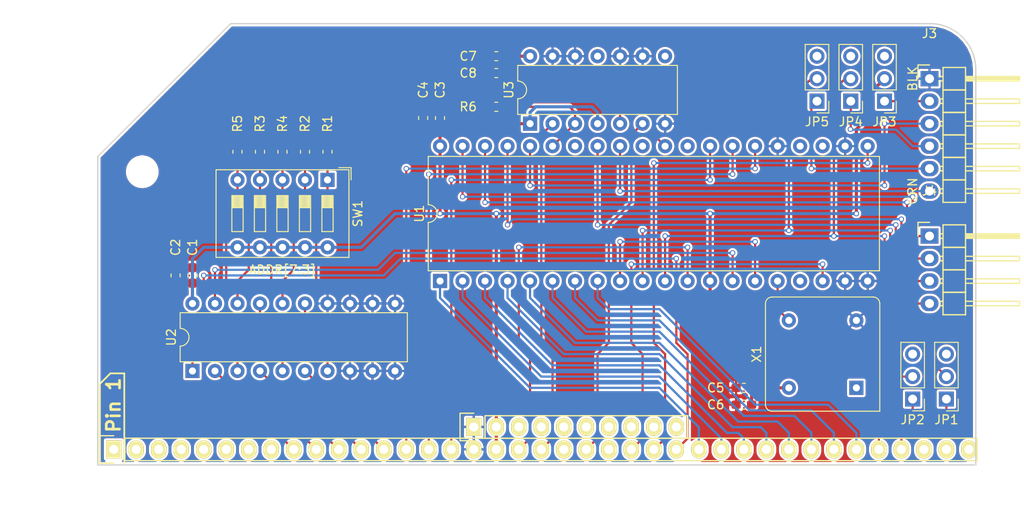
<source format=kicad_pcb>
(kicad_pcb (version 20171130) (host pcbnew "(5.1.5)-3")
  (layers (0 F.Cu signal) (31 B.Cu signal) (34 B.Paste user) (35 F.Paste user) (36 B.SilkS user) (37 F.SilkS user) (38 B.Mask user) (39 F.Mask user) (44 Edge.Cuts user))
  (net 0 "")
  (net 1 GND)
  (net 2 VCC)
  (net 3 A7)
  (net 4 A6)
  (net 5 A5)
  (net 6 A4)
  (net 7 A3)
  (net 8 A2)
  (net 9 A1)
  (net 10 A0)
  (net 11 /M1)
  (net 12 /WR)
  (net 13 /RD)
  (net 14 /IORQ)
  (net 15 D0)
  (net 16 D1)
  (net 17 D2)
  (net 18 D3)
  (net 19 D4)
  (net 20 D5)
  (net 21 D6)
  (net 22 D7)
  (net 23 TX)
  (net 24 RX)
  (net 25 "Net-(R1-Pad1)")
  (net 26 "Net-(R2-Pad1)")
  (net 27 "Net-(R3-Pad1)")
  (net 28 "Net-(R4-Pad1)")
  (net 29 "Net-(R5-Pad1)")
  (net 30 "Net-(U1-Pad15)")
  (net 31 /UART_CS)
  (net 32 /RST)
  (net 33 INT)
  (net 34 /UART_INT)
  (net 35 /~RTS)
  (net 36 /~DTR)
  (net 37 /UART_RST)
  (net 38 /UART_CLK)
  (net 39 /~CTS)
  (net 40 /~DSR)
  (net 41 /~DCD)
  (net 42 /~RI)
  (net 43 /UART_RX)
  (net 44 /UART_TX)
  (net 45 "Net-(J3-Pad2)")
  (net 46 "Net-(J3-Pad4)")
  (net 47 "Net-(J3-Pad5)")
  (module Pin_Headers:Pin_Header_Straight_1x39_Pitch2.54mm (layer F.Cu) (at 147.32 152.3746 90)
    (fp_text reference J1 hide)
    (fp_text value CONN_01X39)
    (pad 1 thru_hole rect (at 0 0 90) (size 2.032 1.7272) (drill 1.016) (layers *.Cu *.Mask F.SilkS))
    (pad 2 thru_hole oval (at 0 2.54 90) (size 2.032 1.7272) (drill 1.016) (layers *.Cu *.Mask F.SilkS))
    (pad 3 thru_hole oval (at 0 5.08 90) (size 2.032 1.7272) (drill 1.016) (layers *.Cu *.Mask F.SilkS))
    (pad 4 thru_hole oval (at 0 7.62 90) (size 2.032 1.7272) (drill 1.016) (layers *.Cu *.Mask F.SilkS))
    (pad 5 thru_hole oval (at 0 10.16 90) (size 2.032 1.7272) (drill 1.016) (layers *.Cu *.Mask F.SilkS))
    (pad 6 thru_hole oval (at 0 12.7 90) (size 2.032 1.7272) (drill 1.016) (layers *.Cu *.Mask F.SilkS))
    (pad 7 thru_hole oval (at 0 15.24 90) (size 2.032 1.7272) (drill 1.016) (layers *.Cu *.Mask F.SilkS))
    (pad 8 thru_hole oval (at 0 17.78 90) (size 2.032 1.7272) (drill 1.016) (layers *.Cu *.Mask F.SilkS))
    (pad 9 thru_hole oval (at 0 20.32 90) (size 2.032 1.7272) (drill 1.016) (layers *.Cu *.Mask F.SilkS) (net 3 A7))
    (pad 10 thru_hole oval (at 0 22.86 90) (size 2.032 1.7272) (drill 1.016) (layers *.Cu *.Mask F.SilkS) (net 4 A6))
    (pad 11 thru_hole oval (at 0 25.4 90) (size 2.032 1.7272) (drill 1.016) (layers *.Cu *.Mask F.SilkS) (net 5 A5))
    (pad 12 thru_hole oval (at 0 27.94 90) (size 2.032 1.7272) (drill 1.016) (layers *.Cu *.Mask F.SilkS) (net 6 A4))
    (pad 13 thru_hole oval (at 0 30.48 90) (size 2.032 1.7272) (drill 1.016) (layers *.Cu *.Mask F.SilkS) (net 7 A3))
    (pad 14 thru_hole oval (at 0 33.02 90) (size 2.032 1.7272) (drill 1.016) (layers *.Cu *.Mask F.SilkS) (net 8 A2))
    (pad 15 thru_hole oval (at 0 35.56 90) (size 2.032 1.7272) (drill 1.016) (layers *.Cu *.Mask F.SilkS) (net 9 A1))
    (pad 16 thru_hole oval (at 0 38.1 90) (size 2.032 1.7272) (drill 1.016) (layers *.Cu *.Mask F.SilkS) (net 10 A0))
    (pad 17 thru_hole oval (at 0 40.64 90) (size 2.032 1.7272) (drill 1.016) (layers *.Cu *.Mask F.SilkS) (net 1 GND))
    (pad 18 thru_hole oval (at 0 43.18 90) (size 2.032 1.7272) (drill 1.016) (layers *.Cu *.Mask F.SilkS) (net 2 VCC))
    (pad 19 thru_hole oval (at 0 45.72 90) (size 2.032 1.7272) (drill 1.016) (layers *.Cu *.Mask F.SilkS) (net 11 /M1))
    (pad 20 thru_hole oval (at 0 48.26 90) (size 2.032 1.7272) (drill 1.016) (layers *.Cu *.Mask F.SilkS) (net 32 /RST))
    (pad 21 thru_hole oval (at 0 50.8 90) (size 2.032 1.7272) (drill 1.016) (layers *.Cu *.Mask F.SilkS))
    (pad 22 thru_hole oval (at 0 53.34 90) (size 2.032 1.7272) (drill 1.016) (layers *.Cu *.Mask F.SilkS) (net 33 INT))
    (pad 23 thru_hole oval (at 0 55.88 90) (size 2.032 1.7272) (drill 1.016) (layers *.Cu *.Mask F.SilkS))
    (pad 24 thru_hole oval (at 0 58.42 90) (size 2.032 1.7272) (drill 1.016) (layers *.Cu *.Mask F.SilkS) (net 12 /WR))
    (pad 25 thru_hole oval (at 0 60.96 90) (size 2.032 1.7272) (drill 1.016) (layers *.Cu *.Mask F.SilkS) (net 13 /RD))
    (pad 26 thru_hole oval (at 0 63.5 90) (size 2.032 1.7272) (drill 1.016) (layers *.Cu *.Mask F.SilkS) (net 14 /IORQ))
    (pad 27 thru_hole oval (at 0 66.04 90) (size 2.032 1.7272) (drill 1.016) (layers *.Cu *.Mask F.SilkS) (net 15 D0))
    (pad 28 thru_hole oval (at 0 68.58 90) (size 2.032 1.7272) (drill 1.016) (layers *.Cu *.Mask F.SilkS) (net 16 D1))
    (pad 29 thru_hole oval (at 0 71.12 90) (size 2.032 1.7272) (drill 1.016) (layers *.Cu *.Mask F.SilkS) (net 17 D2))
    (pad 30 thru_hole oval (at 0 73.66 90) (size 2.032 1.7272) (drill 1.016) (layers *.Cu *.Mask F.SilkS) (net 18 D3))
    (pad 31 thru_hole oval (at 0 76.2 90) (size 2.032 1.7272) (drill 1.016) (layers *.Cu *.Mask F.SilkS) (net 19 D4))
    (pad 32 thru_hole oval (at 0 78.74 90) (size 2.032 1.7272) (drill 1.016) (layers *.Cu *.Mask F.SilkS) (net 20 D5))
    (pad 33 thru_hole oval (at 0 81.28 90) (size 2.032 1.7272) (drill 1.016) (layers *.Cu *.Mask F.SilkS) (net 21 D6))
    (pad 34 thru_hole oval (at 0 83.82 90) (size 2.032 1.7272) (drill 1.016) (layers *.Cu *.Mask F.SilkS) (net 22 D7))
    (pad 35 thru_hole oval (at 0 86.36 90) (size 2.032 1.7272) (drill 1.016) (layers *.Cu *.Mask F.SilkS) (net 23 TX))
    (pad 36 thru_hole oval (at 0 88.9 90) (size 2.032 1.7272) (drill 1.016) (layers *.Cu *.Mask F.SilkS) (net 24 RX))
    (pad 37 thru_hole oval (at 0 91.44 90) (size 2.032 1.7272) (drill 1.016) (layers *.Cu *.Mask F.SilkS))
    (pad 38 thru_hole oval (at 0 93.98 90) (size 2.032 1.7272) (drill 1.016) (layers *.Cu *.Mask F.SilkS))
    (pad 39 thru_hole oval (at 0 96.52 90) (size 2.032 1.7272) (drill 1.016) (layers *.Cu *.Mask F.SilkS))
  )
  (module Mounting_Holes:MountingHole_3.2mm_M3 (layer F.Cu) (at 150.5458 121.0056)
    (fp_text reference MNT0 hide)
    (fp_text value "" hide)
    (pad "" np_thru_hole circle (at 0 0) (size 3.2 3.2) (drill 3.2) (layers *.Cu *.Mask F.SilkS))
  )
  (module Pin_Headers:Pin_Header_Straight_1x10_Pitch2.54mm (layer F.Cu) (at 187.96 149.8346 90)
    (fp_text reference J2 hide)
    (fp_text value CONN_01X10 hide)
    (pad 1 thru_hole rect (at 0 0 90) (size 2.032 1.7272) (drill 1.016) (layers *.Cu *.Mask F.SilkS) (net 1 GND))
    (pad 2 thru_hole oval (at 0 2.54 90) (size 2.032 1.7272) (drill 1.016) (layers *.Cu *.Mask F.SilkS) (net 2 VCC))
    (pad 3 thru_hole oval (at 0 5.08 90) (size 2.032 1.7272) (drill 1.016) (layers *.Cu *.Mask F.SilkS))
    (pad 4 thru_hole oval (at 0 7.62 90) (size 2.032 1.7272) (drill 1.016) (layers *.Cu *.Mask F.SilkS))
    (pad 5 thru_hole oval (at 0 10.16 90) (size 2.032 1.7272) (drill 1.016) (layers *.Cu *.Mask F.SilkS))
    (pad 6 thru_hole oval (at 0 12.7 90) (size 2.032 1.7272) (drill 1.016) (layers *.Cu *.Mask F.SilkS))
    (pad 7 thru_hole oval (at 0 15.24 90) (size 2.032 1.7272) (drill 1.016) (layers *.Cu *.Mask F.SilkS))
    (pad 8 thru_hole oval (at 0 17.78 90) (size 2.032 1.7272) (drill 1.016) (layers *.Cu *.Mask F.SilkS))
    (pad 9 thru_hole oval (at 0 20.32 90) (size 2.032 1.7272) (drill 1.016) (layers *.Cu *.Mask F.SilkS))
    (pad 10 thru_hole oval (at 0 22.86 90) (size 2.032 1.7272) (drill 1.016) (layers *.Cu *.Mask F.SilkS))
  )
  (module Resistor_SMD:R_0603_1608Metric_Pad1.05x0.95mm_HandSolder (layer F.Cu) (at 171.45 118.745 90)
    (fp_text reference R1 (at 3.175 0 90) (layer F.SilkS))
    (fp_text value 10k)
    (pad 1 smd roundrect (at -0.875 0 90) (size 1.05 0.95) (layers F.Cu F.Paste F.Mask) (net 25 "Net-(R1-Pad1)"))
    (pad 2 smd roundrect (at 0.875 0 90) (size 1.05 0.95) (layers F.Cu F.Paste F.Mask) (net 1 GND))
  )
  (module Resistor_SMD:R_0603_1608Metric_Pad1.05x0.95mm_HandSolder (layer F.Cu) (at 168.91 118.745 90)
    (fp_text reference R2 (at 3.175 0 90) (layer F.SilkS))
    (fp_text value 10k)
    (pad 2 smd roundrect (at 0.875 0 90) (size 1.05 0.95) (layers F.Cu F.Paste F.Mask) (net 1 GND))
    (pad 1 smd roundrect (at -0.875 0 90) (size 1.05 0.95) (layers F.Cu F.Paste F.Mask) (net 26 "Net-(R2-Pad1)"))
  )
  (module Resistor_SMD:R_0603_1608Metric_Pad1.05x0.95mm_HandSolder (layer F.Cu) (at 163.83 118.745 90)
    (fp_text reference R3 (at 3.175 0 90) (layer F.SilkS))
    (fp_text value 10k)
    (pad 1 smd roundrect (at -0.875 0 90) (size 1.05 0.95) (layers F.Cu F.Paste F.Mask) (net 27 "Net-(R3-Pad1)"))
    (pad 2 smd roundrect (at 0.875 0 90) (size 1.05 0.95) (layers F.Cu F.Paste F.Mask) (net 1 GND))
  )
  (module Resistor_SMD:R_0603_1608Metric_Pad1.05x0.95mm_HandSolder (layer F.Cu) (at 166.37 118.745 90)
    (fp_text reference R4 (at 3.175 0 90) (layer F.SilkS))
    (fp_text value 10k)
    (pad 2 smd roundrect (at 0.875 0 90) (size 1.05 0.95) (layers F.Cu F.Paste F.Mask) (net 1 GND))
    (pad 1 smd roundrect (at -0.875 0 90) (size 1.05 0.95) (layers F.Cu F.Paste F.Mask) (net 28 "Net-(R4-Pad1)"))
  )
  (module Resistor_SMD:R_0603_1608Metric_Pad1.05x0.95mm_HandSolder (layer F.Cu) (at 161.29 118.745 90)
    (fp_text reference R5 (at 3.175 0 90) (layer F.SilkS))
    (fp_text value 10k)
    (pad 1 smd roundrect (at -0.875 0 90) (size 1.05 0.95) (layers F.Cu F.Paste F.Mask) (net 29 "Net-(R5-Pad1)"))
    (pad 2 smd roundrect (at 0.875 0 90) (size 1.05 0.95) (layers F.Cu F.Paste F.Mask) (net 1 GND))
  )
  (module Package_DIP:DIP-40_W15.24mm (layer F.Cu) (at 184.15 133.35 90)
    (fp_text reference U1 (at 7.62 -2.33 90) (layer F.SilkS))
    (fp_text value 16550)
    (pad 1 thru_hole rect (at 0 0 90) (size 1.6 1.6) (drill 0.8) (layers *.Cu *.Mask) (net 15 D0))
    (pad 21 thru_hole oval (at 15.24 48.26 90) (size 1.6 1.6) (drill 0.8) (layers *.Cu *.Mask) (net 13 /RD))
    (pad 2 thru_hole oval (at 0 2.54 90) (size 1.6 1.6) (drill 0.8) (layers *.Cu *.Mask) (net 16 D1))
    (pad 22 thru_hole oval (at 15.24 45.72 90) (size 1.6 1.6) (drill 0.8) (layers *.Cu *.Mask) (net 1 GND))
    (pad 3 thru_hole oval (at 0 5.08 90) (size 1.6 1.6) (drill 0.8) (layers *.Cu *.Mask) (net 17 D2))
    (pad 23 thru_hole oval (at 15.24 43.18 90) (size 1.6 1.6) (drill 0.8) (layers *.Cu *.Mask))
    (pad 4 thru_hole oval (at 0 7.62 90) (size 1.6 1.6) (drill 0.8) (layers *.Cu *.Mask) (net 18 D3))
    (pad 24 thru_hole oval (at 15.24 40.64 90) (size 1.6 1.6) (drill 0.8) (layers *.Cu *.Mask))
    (pad 5 thru_hole oval (at 0 10.16 90) (size 1.6 1.6) (drill 0.8) (layers *.Cu *.Mask) (net 19 D4))
    (pad 25 thru_hole oval (at 15.24 38.1 90) (size 1.6 1.6) (drill 0.8) (layers *.Cu *.Mask) (net 1 GND))
    (pad 6 thru_hole oval (at 0 12.7 90) (size 1.6 1.6) (drill 0.8) (layers *.Cu *.Mask) (net 20 D5))
    (pad 26 thru_hole oval (at 15.24 35.56 90) (size 1.6 1.6) (drill 0.8) (layers *.Cu *.Mask) (net 8 A2))
    (pad 7 thru_hole oval (at 0 15.24 90) (size 1.6 1.6) (drill 0.8) (layers *.Cu *.Mask) (net 21 D6))
    (pad 27 thru_hole oval (at 15.24 33.02 90) (size 1.6 1.6) (drill 0.8) (layers *.Cu *.Mask) (net 9 A1))
    (pad 8 thru_hole oval (at 0 17.78 90) (size 1.6 1.6) (drill 0.8) (layers *.Cu *.Mask) (net 22 D7))
    (pad 28 thru_hole oval (at 15.24 30.48 90) (size 1.6 1.6) (drill 0.8) (layers *.Cu *.Mask) (net 10 A0))
    (pad 9 thru_hole oval (at 0 20.32 90) (size 1.6 1.6) (drill 0.8) (layers *.Cu *.Mask) (net 30 "Net-(U1-Pad15)"))
    (pad 29 thru_hole oval (at 15.24 27.94 90) (size 1.6 1.6) (drill 0.8) (layers *.Cu *.Mask))
    (pad 10 thru_hole oval (at 0 22.86 90) (size 1.6 1.6) (drill 0.8) (layers *.Cu *.Mask) (net 43 /UART_RX))
    (pad 30 thru_hole oval (at 15.24 25.4 90) (size 1.6 1.6) (drill 0.8) (layers *.Cu *.Mask) (net 34 /UART_INT))
    (pad 11 thru_hole oval (at 0 25.4 90) (size 1.6 1.6) (drill 0.8) (layers *.Cu *.Mask) (net 44 /UART_TX))
    (pad 31 thru_hole oval (at 15.24 22.86 90) (size 1.6 1.6) (drill 0.8) (layers *.Cu *.Mask))
    (pad 12 thru_hole oval (at 0 27.94 90) (size 1.6 1.6) (drill 0.8) (layers *.Cu *.Mask) (net 11 /M1))
    (pad 32 thru_hole oval (at 15.24 20.32 90) (size 1.6 1.6) (drill 0.8) (layers *.Cu *.Mask) (net 35 /~RTS))
    (pad 13 thru_hole oval (at 0 30.48 90) (size 1.6 1.6) (drill 0.8) (layers *.Cu *.Mask) (net 2 VCC))
    (pad 33 thru_hole oval (at 15.24 17.78 90) (size 1.6 1.6) (drill 0.8) (layers *.Cu *.Mask) (net 36 /~DTR))
    (pad 14 thru_hole oval (at 0 33.02 90) (size 1.6 1.6) (drill 0.8) (layers *.Cu *.Mask) (net 31 /UART_CS))
    (pad 34 thru_hole oval (at 15.24 15.24 90) (size 1.6 1.6) (drill 0.8) (layers *.Cu *.Mask))
    (pad 15 thru_hole oval (at 0 35.56 90) (size 1.6 1.6) (drill 0.8) (layers *.Cu *.Mask) (net 30 "Net-(U1-Pad15)"))
    (pad 35 thru_hole oval (at 15.24 12.7 90) (size 1.6 1.6) (drill 0.8) (layers *.Cu *.Mask) (net 37 /UART_RST))
    (pad 16 thru_hole oval (at 0 38.1 90) (size 1.6 1.6) (drill 0.8) (layers *.Cu *.Mask) (net 38 /UART_CLK))
    (pad 36 thru_hole oval (at 15.24 10.16 90) (size 1.6 1.6) (drill 0.8) (layers *.Cu *.Mask) (net 39 /~CTS))
    (pad 17 thru_hole oval (at 0 40.64 90) (size 1.6 1.6) (drill 0.8) (layers *.Cu *.Mask))
    (pad 37 thru_hole oval (at 15.24 7.62 90) (size 1.6 1.6) (drill 0.8) (layers *.Cu *.Mask) (net 40 /~DSR))
    (pad 18 thru_hole oval (at 0 43.18 90) (size 1.6 1.6) (drill 0.8) (layers *.Cu *.Mask) (net 12 /WR))
    (pad 38 thru_hole oval (at 15.24 5.08 90) (size 1.6 1.6) (drill 0.8) (layers *.Cu *.Mask) (net 41 /~DCD))
    (pad 19 thru_hole oval (at 0 45.72 90) (size 1.6 1.6) (drill 0.8) (layers *.Cu *.Mask) (net 1 GND))
    (pad 39 thru_hole oval (at 15.24 2.54 90) (size 1.6 1.6) (drill 0.8) (layers *.Cu *.Mask) (net 42 /~RI))
    (pad 20 thru_hole oval (at 0 48.26 90) (size 1.6 1.6) (drill 0.8) (layers *.Cu *.Mask) (net 1 GND))
    (pad 40 thru_hole oval (at 15.24 0 90) (size 1.6 1.6) (drill 0.8) (layers *.Cu *.Mask) (net 2 VCC))
  )
  (module Housings_DIP:DIP-20_W7.62mm (layer F.Cu) (at 156.21 143.51 90)
    (fp_text reference U2 (at 3.81 -2.39 90) (layer F.SilkS))
    (fp_text value 74LS688)
    (pad 1 thru_hole rect (at 0 0 90) (size 1.6 1.6) (drill 0.8) (layers *.Cu *.Mask) (net 14 /IORQ))
    (pad 11 thru_hole oval (at 7.62 22.86 90) (size 1.6 1.6) (drill 0.8) (layers *.Cu *.Mask) (net 1 GND))
    (pad 2 thru_hole oval (at 0 2.54 90) (size 1.6 1.6) (drill 0.8) (layers *.Cu *.Mask) (net 3 A7))
    (pad 12 thru_hole oval (at 7.62 20.32 90) (size 1.6 1.6) (drill 0.8) (layers *.Cu *.Mask) (net 1 GND))
    (pad 3 thru_hole oval (at 0 5.08 90) (size 1.6 1.6) (drill 0.8) (layers *.Cu *.Mask) (net 29 "Net-(R5-Pad1)"))
    (pad 13 thru_hole oval (at 7.62 17.78 90) (size 1.6 1.6) (drill 0.8) (layers *.Cu *.Mask) (net 1 GND))
    (pad 4 thru_hole oval (at 0 7.62 90) (size 1.6 1.6) (drill 0.8) (layers *.Cu *.Mask) (net 5 A5))
    (pad 14 thru_hole oval (at 7.62 15.24 90) (size 1.6 1.6) (drill 0.8) (layers *.Cu *.Mask) (net 1 GND))
    (pad 5 thru_hole oval (at 0 10.16 90) (size 1.6 1.6) (drill 0.8) (layers *.Cu *.Mask) (net 28 "Net-(R4-Pad1)"))
    (pad 15 thru_hole oval (at 7.62 12.7 90) (size 1.6 1.6) (drill 0.8) (layers *.Cu *.Mask) (net 6 A4))
    (pad 6 thru_hole oval (at 0 12.7 90) (size 1.6 1.6) (drill 0.8) (layers *.Cu *.Mask) (net 7 A3))
    (pad 16 thru_hole oval (at 7.62 10.16 90) (size 1.6 1.6) (drill 0.8) (layers *.Cu *.Mask) (net 26 "Net-(R2-Pad1)"))
    (pad 7 thru_hole oval (at 0 15.24 90) (size 1.6 1.6) (drill 0.8) (layers *.Cu *.Mask) (net 25 "Net-(R1-Pad1)"))
    (pad 17 thru_hole oval (at 7.62 7.62 90) (size 1.6 1.6) (drill 0.8) (layers *.Cu *.Mask) (net 4 A6))
    (pad 8 thru_hole oval (at 0 17.78 90) (size 1.6 1.6) (drill 0.8) (layers *.Cu *.Mask) (net 1 GND))
    (pad 18 thru_hole oval (at 7.62 5.08 90) (size 1.6 1.6) (drill 0.8) (layers *.Cu *.Mask) (net 27 "Net-(R3-Pad1)"))
    (pad 9 thru_hole oval (at 0 20.32 90) (size 1.6 1.6) (drill 0.8) (layers *.Cu *.Mask) (net 1 GND))
    (pad 19 thru_hole oval (at 7.62 2.54 90) (size 1.6 1.6) (drill 0.8) (layers *.Cu *.Mask) (net 31 /UART_CS))
    (pad 10 thru_hole oval (at 0 22.86 90) (size 1.6 1.6) (drill 0.8) (layers *.Cu *.Mask) (net 1 GND))
    (pad 20 thru_hole oval (at 7.62 0 90) (size 1.6 1.6) (drill 0.8) (layers *.Cu *.Mask) (net 2 VCC))
  )
  (module Button_Switch_THT:SW_DIP_SPSTx05_Slide_9.78x14.88mm_W7.62mm_P2.54mm (layer F.Cu) (at 171.45 121.92 270)
    (fp_text reference SW1 (at 3.81 -3.42 90) (layer F.SilkS))
    (fp_text value SW_DIP_x05)
    (pad 1 thru_hole rect (at 0 0 270) (size 1.6 1.6) (drill 0.8) (layers *.Cu *.Mask) (net 25 "Net-(R1-Pad1)"))
    (pad 6 thru_hole oval (at 7.62 10.16 270) (size 1.6 1.6) (drill 0.8) (layers *.Cu *.Mask) (net 2 VCC))
    (pad 2 thru_hole oval (at 0 2.54 270) (size 1.6 1.6) (drill 0.8) (layers *.Cu *.Mask) (net 26 "Net-(R2-Pad1)"))
    (pad 7 thru_hole oval (at 7.62 7.62 270) (size 1.6 1.6) (drill 0.8) (layers *.Cu *.Mask) (net 2 VCC))
    (pad 3 thru_hole oval (at 0 5.08 270) (size 1.6 1.6) (drill 0.8) (layers *.Cu *.Mask) (net 28 "Net-(R4-Pad1)"))
    (pad 8 thru_hole oval (at 7.62 5.08 270) (size 1.6 1.6) (drill 0.8) (layers *.Cu *.Mask) (net 2 VCC))
    (pad 4 thru_hole oval (at 0 7.62 270) (size 1.6 1.6) (drill 0.8) (layers *.Cu *.Mask) (net 27 "Net-(R3-Pad1)"))
    (pad 9 thru_hole oval (at 7.62 2.54 270) (size 1.6 1.6) (drill 0.8) (layers *.Cu *.Mask) (net 2 VCC))
    (pad 5 thru_hole oval (at 0 10.16 270) (size 1.6 1.6) (drill 0.8) (layers *.Cu *.Mask) (net 29 "Net-(R5-Pad1)"))
    (pad 10 thru_hole oval (at 7.62 0 270) (size 1.6 1.6) (drill 0.8) (layers *.Cu *.Mask) (net 2 VCC))
  )
  (module Capacitor_SMD:C_0603_1608Metric_Pad1.05x0.95mm_HandSolder (layer F.Cu) (at 156.21 132.715 90)
    (fp_text reference C1 (at 3.175 0 90) (layer F.SilkS))
    (fp_text value 100n)
    (pad 1 smd roundrect (at -0.875 0 90) (size 1.05 0.95) (layers F.Cu F.Paste F.Mask) (net 2 VCC))
    (pad 2 smd roundrect (at 0.875 0 90) (size 1.05 0.95) (layers F.Cu F.Paste F.Mask) (net 1 GND))
  )
  (module Capacitor_SMD:C_0603_1608Metric_Pad1.05x0.95mm_HandSolder (layer F.Cu) (at 154.305 132.715 90)
    (fp_text reference C2 (at 3.175 0 90) (layer F.SilkS))
    (fp_text value 1u)
    (pad 2 smd roundrect (at 0.875 0 90) (size 1.05 0.95) (layers F.Cu F.Paste F.Mask) (net 1 GND))
    (pad 1 smd roundrect (at -0.875 0 90) (size 1.05 0.95) (layers F.Cu F.Paste F.Mask) (net 2 VCC))
  )
  (module Capacitor_SMD:C_0603_1608Metric_Pad1.05x0.95mm_HandSolder (layer F.Cu) (at 184.15 114.935 90)
    (fp_text reference C3 (at 3.175 0 90) (layer F.SilkS))
    (fp_text value 100n)
    (pad 1 smd roundrect (at -0.875 0 90) (size 1.05 0.95) (layers F.Cu F.Paste F.Mask) (net 2 VCC))
    (pad 2 smd roundrect (at 0.875 0 90) (size 1.05 0.95) (layers F.Cu F.Paste F.Mask) (net 1 GND))
  )
  (module Capacitor_SMD:C_0603_1608Metric_Pad1.05x0.95mm_HandSolder (layer F.Cu) (at 182.245 114.935 90)
    (fp_text reference C4 (at 3.175 0 90) (layer F.SilkS))
    (fp_text value 1u)
    (pad 2 smd roundrect (at 0.875 0 90) (size 1.05 0.95) (layers F.Cu F.Paste F.Mask) (net 1 GND))
    (pad 1 smd roundrect (at -0.875 0 90) (size 1.05 0.95) (layers F.Cu F.Paste F.Mask) (net 2 VCC))
  )
  (module Capacitor_SMD:C_0603_1608Metric_Pad1.05x0.95mm_HandSolder (layer F.Cu) (at 218.44 145.415 180)
    (fp_text reference C5 (at 3.175 0) (layer F.SilkS))
    (fp_text value 100n)
    (pad 1 smd roundrect (at -0.875 0 180) (size 1.05 0.95) (layers F.Cu F.Paste F.Mask) (net 2 VCC))
    (pad 2 smd roundrect (at 0.875 0 180) (size 1.05 0.95) (layers F.Cu F.Paste F.Mask) (net 1 GND))
  )
  (module Capacitor_SMD:C_0603_1608Metric_Pad1.05x0.95mm_HandSolder (layer F.Cu) (at 218.44 147.32 180)
    (fp_text reference C6 (at 3.175 0) (layer F.SilkS))
    (fp_text value 1u)
    (pad 2 smd roundrect (at 0.875 0 180) (size 1.05 0.95) (layers F.Cu F.Paste F.Mask) (net 1 GND))
    (pad 1 smd roundrect (at -0.875 0 180) (size 1.05 0.95) (layers F.Cu F.Paste F.Mask) (net 2 VCC))
  )
  (module Oscillator:Oscillator_DIP-8 (layer F.Cu) (at 231.14 145.415 90)
    (fp_text reference X1 (at 3.81 -11.26 90) (layer F.SilkS))
    (fp_text value CXO_DIP8)
    (pad 1 thru_hole rect (at 0 0 90) (size 1.6 1.6) (drill 0.8) (layers *.Cu *.Mask))
    (pad 8 thru_hole circle (at 0 -7.62 90) (size 1.6 1.6) (drill 0.8) (layers *.Cu *.Mask) (net 2 VCC))
    (pad 5 thru_hole circle (at 7.62 -7.62 90) (size 1.6 1.6) (drill 0.8) (layers *.Cu *.Mask) (net 38 /UART_CLK))
    (pad 4 thru_hole circle (at 7.62 0 90) (size 1.6 1.6) (drill 0.8) (layers *.Cu *.Mask) (net 1 GND))
  )
  (module Capacitor_SMD:C_0603_1608Metric_Pad1.05x0.95mm_HandSolder (layer F.Cu) (at 190.5 107.95 180)
    (fp_text reference C7 (at 3.175 0) (layer F.SilkS))
    (fp_text value 100n)
    (pad 2 smd roundrect (at 0.875 0 180) (size 1.05 0.95) (layers F.Cu F.Paste F.Mask) (net 1 GND))
    (pad 1 smd roundrect (at -0.875 0 180) (size 1.05 0.95) (layers F.Cu F.Paste F.Mask) (net 2 VCC))
  )
  (module Capacitor_SMD:C_0603_1608Metric_Pad1.05x0.95mm_HandSolder (layer F.Cu) (at 190.5 109.855 180)
    (fp_text reference C8 (at 3.175 0) (layer F.SilkS))
    (fp_text value 1u)
    (pad 1 smd roundrect (at -0.875 0 180) (size 1.05 0.95) (layers F.Cu F.Paste F.Mask) (net 2 VCC))
    (pad 2 smd roundrect (at 0.875 0 180) (size 1.05 0.95) (layers F.Cu F.Paste F.Mask) (net 1 GND))
  )
  (module Resistor_SMD:R_0603_1608Metric_Pad1.05x0.95mm_HandSolder (layer F.Cu) (at 190.5 113.665)
    (fp_text reference R6 (at -3.175 0) (layer F.SilkS))
    (fp_text value 10k)
    (pad 1 smd roundrect (at -0.875 0) (size 1.05 0.95) (layers F.Cu F.Paste F.Mask) (net 2 VCC))
    (pad 2 smd roundrect (at 0.875 0) (size 1.05 0.95) (layers F.Cu F.Paste F.Mask) (net 37 /UART_RST))
  )
  (module Housings_DIP:DIP-14_W7.62mm (layer F.Cu) (at 194.31 115.57 90)
    (fp_text reference U3 (at 3.81 -2.39 90) (layer F.SilkS))
    (fp_text value 74LS03)
    (pad 1 thru_hole rect (at 0 0 90) (size 1.6 1.6) (drill 0.8) (layers *.Cu *.Mask) (net 2 VCC))
    (pad 8 thru_hole oval (at 7.62 15.24 90) (size 1.6 1.6) (drill 0.8) (layers *.Cu *.Mask))
    (pad 2 thru_hole oval (at 0 2.54 90) (size 1.6 1.6) (drill 0.8) (layers *.Cu *.Mask) (net 32 /RST))
    (pad 9 thru_hole oval (at 7.62 12.7 90) (size 1.6 1.6) (drill 0.8) (layers *.Cu *.Mask) (net 1 GND))
    (pad 3 thru_hole oval (at 0 5.08 90) (size 1.6 1.6) (drill 0.8) (layers *.Cu *.Mask) (net 37 /UART_RST))
    (pad 10 thru_hole oval (at 7.62 10.16 90) (size 1.6 1.6) (drill 0.8) (layers *.Cu *.Mask) (net 1 GND))
    (pad 4 thru_hole oval (at 0 7.62 90) (size 1.6 1.6) (drill 0.8) (layers *.Cu *.Mask) (net 2 VCC))
    (pad 11 thru_hole oval (at 7.62 7.62 90) (size 1.6 1.6) (drill 0.8) (layers *.Cu *.Mask))
    (pad 5 thru_hole oval (at 0 10.16 90) (size 1.6 1.6) (drill 0.8) (layers *.Cu *.Mask) (net 34 /UART_INT))
    (pad 12 thru_hole oval (at 7.62 5.08 90) (size 1.6 1.6) (drill 0.8) (layers *.Cu *.Mask) (net 1 GND))
    (pad 6 thru_hole oval (at 0 12.7 90) (size 1.6 1.6) (drill 0.8) (layers *.Cu *.Mask) (net 33 INT))
    (pad 13 thru_hole oval (at 7.62 2.54 90) (size 1.6 1.6) (drill 0.8) (layers *.Cu *.Mask) (net 1 GND))
    (pad 7 thru_hole oval (at 0 15.24 90) (size 1.6 1.6) (drill 0.8) (layers *.Cu *.Mask) (net 1 GND))
    (pad 14 thru_hole oval (at 7.62 0 90) (size 1.6 1.6) (drill 0.8) (layers *.Cu *.Mask) (net 2 VCC))
  )
  (module Pin_Headers:Pin_Header_Straight_1x03_Pitch2.54mm (layer F.Cu) (at 241.3 146.685 180)
    (fp_text reference JP1 (at 0 -2.33) (layer F.SilkS))
    (fp_text value Jumper_3_Open)
    (pad 3 thru_hole oval (at 0 5.08 180) (size 1.7 1.7) (drill 1) (layers *.Cu *.Mask))
    (pad 2 thru_hole oval (at 0 2.54 180) (size 1.7 1.7) (drill 1) (layers *.Cu *.Mask) (net 43 /UART_RX))
    (pad 1 thru_hole rect (at 0 0 180) (size 1.7 1.7) (drill 1) (layers *.Cu *.Mask) (net 24 RX))
  )
  (module Pin_Headers:Pin_Header_Straight_1x03_Pitch2.54mm (layer F.Cu) (at 237.49 146.685 180)
    (fp_text reference JP2 (at 0 -2.33) (layer F.SilkS))
    (fp_text value Jumper_3_Open)
    (pad 1 thru_hole rect (at 0 0 180) (size 1.7 1.7) (drill 1) (layers *.Cu *.Mask) (net 23 TX))
    (pad 2 thru_hole oval (at 0 2.54 180) (size 1.7 1.7) (drill 1) (layers *.Cu *.Mask) (net 44 /UART_TX))
    (pad 3 thru_hole oval (at 0 5.08 180) (size 1.7 1.7) (drill 1) (layers *.Cu *.Mask))
  )
  (module Pin_Headers:Pin_Header_Angled_1x06 (layer F.Cu) (at 239.395 110.49)
    (fp_text reference J3 (at 0 -5.1) (layer F.SilkS))
    (fp_text value Conn_01x06)
    (pad 1 thru_hole rect (at 0 0) (size 2.032 1.7272) (drill 1.016) (layers *.Cu *.Mask) (net 1 GND))
    (pad 2 thru_hole oval (at 0 2.54) (size 2.032 1.7272) (drill 1.016) (layers *.Cu *.Mask) (net 45 "Net-(J3-Pad2)"))
    (pad 3 thru_hole oval (at 0 5.08) (size 2.032 1.7272) (drill 1.016) (layers *.Cu *.Mask) (net 39 /~CTS))
    (pad 4 thru_hole oval (at 0 7.62) (size 2.032 1.7272) (drill 1.016) (layers *.Cu *.Mask) (net 46 "Net-(J3-Pad4)"))
    (pad 5 thru_hole oval (at 0 10.16) (size 2.032 1.7272) (drill 1.016) (layers *.Cu *.Mask) (net 47 "Net-(J3-Pad5)"))
    (pad 6 thru_hole oval (at 0 12.7) (size 2.032 1.7272) (drill 1.016) (layers *.Cu *.Mask) (net 35 /~RTS))
  )
  (module Pin_Headers:Pin_Header_Straight_1x03_Pitch2.54mm (layer F.Cu) (at 234.315 113.03 180)
    (fp_text reference JP3 (at 0 -2.33) (layer F.SilkS))
    (fp_text value Jumper_3_Open)
    (pad 1 thru_hole rect (at 0 0 180) (size 1.7 1.7) (drill 1) (layers *.Cu *.Mask) (net 45 "Net-(J3-Pad2)"))
    (pad 2 thru_hole oval (at 0 2.54 180) (size 1.7 1.7) (drill 1) (layers *.Cu *.Mask) (net 2 VCC))
    (pad 3 thru_hole oval (at 0 5.08 180) (size 1.7 1.7) (drill 1) (layers *.Cu *.Mask))
  )
  (module Pin_Headers:Pin_Header_Straight_1x03_Pitch2.54mm (layer F.Cu) (at 230.505 113.03 180)
    (fp_text reference JP4 (at 0 -2.33) (layer F.SilkS))
    (fp_text value Jumper_3_Open)
    (pad 3 thru_hole oval (at 0 5.08 180) (size 1.7 1.7) (drill 1) (layers *.Cu *.Mask))
    (pad 2 thru_hole oval (at 0 2.54 180) (size 1.7 1.7) (drill 1) (layers *.Cu *.Mask) (net 44 /UART_TX))
    (pad 1 thru_hole rect (at 0 0 180) (size 1.7 1.7) (drill 1) (layers *.Cu *.Mask) (net 46 "Net-(J3-Pad4)"))
  )
  (module Pin_Headers:Pin_Header_Straight_1x03_Pitch2.54mm (layer F.Cu) (at 226.695 113.03 180)
    (fp_text reference JP5 (at 0 -2.33) (layer F.SilkS))
    (fp_text value Jumper_3_Open)
    (pad 1 thru_hole rect (at 0 0 180) (size 1.7 1.7) (drill 1) (layers *.Cu *.Mask) (net 47 "Net-(J3-Pad5)"))
    (pad 2 thru_hole oval (at 0 2.54 180) (size 1.7 1.7) (drill 1) (layers *.Cu *.Mask) (net 43 /UART_RX))
    (pad 3 thru_hole oval (at 0 5.08 180) (size 1.7 1.7) (drill 1) (layers *.Cu *.Mask))
  )
  (module Pin_Headers:Pin_Header_Angled_1x04 (layer F.Cu) (at 239.395 128.27)
    (fp_text reference J4 (at 0 -5.1) (layer F.SilkS))
    (fp_text value Conn_01x04)
    (pad 1 thru_hole rect (at 0 0) (size 2.032 1.7272) (drill 1.016) (layers *.Cu *.Mask) (net 42 /~RI))
    (pad 2 thru_hole oval (at 0 2.54) (size 2.032 1.7272) (drill 1.016) (layers *.Cu *.Mask) (net 41 /~DCD))
    (pad 3 thru_hole oval (at 0 5.08) (size 2.032 1.7272) (drill 1.016) (layers *.Cu *.Mask) (net 40 /~DSR))
    (pad 4 thru_hole oval (at 0 7.62) (size 2.032 1.7272) (drill 1.016) (layers *.Cu *.Mask) (net 36 /~DTR))
  )
  (gr_text ADDR[7:3] (at 166.37 132.08) (layer F.SilkS) (effects (font (size 1 1))))
  (gr_text GRN (at 237.49 123.19 90) (layer F.SilkS) (effects (font (size 1 1))))
  (gr_text BLK (at 237.49 110.49 90) (layer F.SilkS) (effects (font (size 1 1))))
  (gr_arc (start 239.4364 109.447) (end 239.4364 104.267) (angle 90) (layer Edge.Cuts) (width 0.15))
  (gr_line (start 148.5138 153.89352) (end 148.54936 153.89352) (angle 90) (layer F.SilkS) (width 0.2))
  (gr_line (start 148.5138 143.78178) (end 148.5138 153.89352) (angle 90) (layer F.SilkS) (width 0.2))
  (gr_line (start 146.94408 143.78178) (end 148.5138 143.78178) (angle 90) (layer F.SilkS) (width 0.2))
  (gr_line (start 145.76298 144.96288) (end 146.94408 143.78178) (angle 90) (layer F.SilkS) (width 0.2))
  (gr_line (start 145.76298 153.89352) (end 145.76298 144.96288) (angle 90) (layer F.SilkS) (width 0.2))
  (gr_text "Pin 1" (at 147.29968 147.36318 90) (layer F.SilkS) (effects (font (size 1.5 1.5) (thickness 0.3))))
  (gr_line (start 244.618 109.447) (end 244.618 154.1272) (angle 90) (layer Edge.Cuts) (width 0.15))
  (gr_line (start 239.4364 104.267) (end 160.528 104.267) (angle 90) (layer Edge.Cuts) (width 0.15))
  (gr_line (start 145.5166 119.2784) (end 145.5166 154.1272) (angle 90) (layer Edge.Cuts) (width 0.15))
  (gr_line (start 160.528 104.267) (end 145.5166 119.2784) (angle 90) (layer Edge.Cuts) (width 0.15))
  (gr_line (start 145.5166 154.1272) (end 244.618 154.1272) (angle 90) (layer Edge.Cuts) (width 0.15))
  (segment (start 161.29 129.54) (end 163.83 129.54) (width 0.35) (layer B.Cu) (net 2))
  (segment (start 163.83 129.54) (end 166.37 129.54) (width 0.35) (layer B.Cu) (net 2))
  (segment (start 166.37 129.54) (end 168.91 129.54) (width 0.35) (layer B.Cu) (net 2))
  (segment (start 168.91 129.54) (end 171.45 129.54) (width 0.35) (layer B.Cu) (net 2))
  (segment (start 161.29 129.54) (end 157.48 129.54) (width 0.35) (layer B.Cu) (net 2))
  (segment (start 156.21 130.81) (end 156.21 135.89) (width 0.35) (layer B.Cu) (net 2))
  (segment (start 157.48 129.54) (end 156.21 130.81) (width 0.35) (layer B.Cu) (net 2))
  (segment (start 154.305 133.59) (end 156.21 133.59) (width 0.35) (layer F.Cu) (net 2))
  (segment (start 156.21 133.59) (end 156.21 135.89) (width 0.35) (layer F.Cu) (net 2))
  (segment (start 184.15 118.11) (end 184.15 115.81) (width 0.35) (layer F.Cu) (net 2))
  (segment (start 184.15 115.81) (end 182.245 115.81) (width 0.35) (layer F.Cu) (net 2))
  (segment (start 171.45 129.54) (end 175.26 129.54) (width 0.35) (layer B.Cu) (net 2))
  (via (at 214.63 125.73) (size 0.6) (drill 0.4) (layers F.Cu B.Cu) (net 2))
  (segment (start 175.26 129.54) (end 179.07 125.73) (width 0.35) (layer B.Cu) (net 2))
  (segment (start 214.63 125.73) (end 214.63 133.35) (width 0.35) (layer F.Cu) (net 2))
  (via (at 184.15 125.73) (size 0.6) (drill 0.4) (layers F.Cu B.Cu) (net 2))
  (segment (start 179.07 125.73) (end 184.15 125.73) (width 0.35) (layer B.Cu) (net 2))
  (segment (start 184.15 122.555) (end 184.15 118.11) (width 0.35) (layer F.Cu) (net 2))
  (segment (start 184.15 125.73) (end 184.15 122.555) (width 0.35) (layer F.Cu) (net 2))
  (segment (start 190.5 152.3746) (end 190.5 149.8346) (width 0.35) (layer F.Cu) (net 2))
  (via (at 190.5 125.73) (size 0.6) (drill 0.4) (layers F.Cu B.Cu) (net 2))
  (segment (start 190.5 149.8346) (end 190.5 125.73) (width 0.35) (layer F.Cu) (net 2))
  (segment (start 184.15 125.73) (end 190.5 125.73) (width 0.35) (layer B.Cu) (net 2))
  (segment (start 190.5 125.73) (end 214.63 125.73) (width 0.35) (layer B.Cu) (net 2))
  (segment (start 223.52 145.415) (end 219.315 145.415) (width 0.35) (layer F.Cu) (net 2))
  (segment (start 219.315 147.32) (end 219.315 145.415) (width 0.35) (layer F.Cu) (net 2))
  (segment (start 219.315 145.415) (end 219.315 142.48) (width 0.35) (layer F.Cu) (net 2))
  (segment (start 214.63 137.795) (end 214.63 133.35) (width 0.35) (layer F.Cu) (net 2))
  (segment (start 219.315 142.48) (end 214.63 137.795) (width 0.35) (layer F.Cu) (net 2))
  (segment (start 194.31 115.57) (end 190.5 115.57) (width 0.35) (layer F.Cu) (net 2))
  (segment (start 189.625 114.695) (end 189.625 113.665) (width 0.35) (layer F.Cu) (net 2))
  (segment (start 190.5 115.57) (end 189.625 114.695) (width 0.35) (layer F.Cu) (net 2))
  (segment (start 194.31 107.95) (end 191.375 107.95) (width 0.35) (layer F.Cu) (net 2))
  (segment (start 191.375 107.95) (end 191.375 109.855) (width 0.35) (layer F.Cu) (net 2))
  (segment (start 189.865 111.76) (end 191.135 111.76) (width 0.35) (layer F.Cu) (net 2))
  (segment (start 191.375 111.52) (end 191.375 109.855) (width 0.35) (layer F.Cu) (net 2))
  (segment (start 189.625 113.665) (end 189.625 112) (width 0.35) (layer F.Cu) (net 2))
  (segment (start 191.135 111.76) (end 191.375 111.52) (width 0.35) (layer F.Cu) (net 2))
  (segment (start 189.625 112) (end 189.865 111.76) (width 0.35) (layer F.Cu) (net 2))
  (segment (start 201.93 115.57) (end 201.93 114.3) (width 0.35) (layer B.Cu) (net 2))
  (segment (start 201.93 114.3) (end 201.295 113.665) (width 0.35) (layer B.Cu) (net 2))
  (segment (start 201.295 113.665) (end 194.945 113.665) (width 0.35) (layer B.Cu) (net 2))
  (segment (start 194.31 114.3) (end 194.31 115.57) (width 0.35) (layer B.Cu) (net 2))
  (segment (start 194.945 113.665) (end 194.31 114.3) (width 0.35) (layer B.Cu) (net 2))
  (segment (start 188.51 115.81) (end 189.625 114.695) (width 0.35) (layer F.Cu) (net 2))
  (segment (start 184.15 115.81) (end 188.51 115.81) (width 0.35) (layer F.Cu) (net 2))
  (segment (start 234.315 110.49) (end 232.41 112.395) (width 0.35) (layer F.Cu) (net 2))
  (segment (start 232.41 112.395) (end 232.41 114.935) (width 0.35) (layer F.Cu) (net 2))
  (segment (start 232.41 114.935) (end 231.14 116.205) (width 0.35) (layer F.Cu) (net 2))
  (segment (start 231.14 116.205) (end 231.14 117.475) (width 0.35) (layer F.Cu) (net 2))
  (via (at 231.14 125.73) (size 0.6) (drill 0.4) (layers F.Cu B.Cu) (net 2))
  (segment (start 231.14 117.475) (end 231.14 125.73) (width 0.35) (layer F.Cu) (net 2))
  (segment (start 224.79 125.73) (end 214.63 125.73) (width 0.35) (layer B.Cu) (net 2))
  (segment (start 231.14 125.73) (end 224.79 125.73) (width 0.35) (layer B.Cu) (net 2))
  (segment (start 167.6146 152.3746) (end 158.75 143.51) (width 0.25) (layer F.Cu) (net 3))
  (segment (start 167.64 152.3746) (end 167.6146 152.3746) (width 0.25) (layer F.Cu) (net 3))
  (segment (start 162.56 144.7546) (end 170.18 152.3746) (width 0.25) (layer F.Cu) (net 4))
  (segment (start 162.56 140.335) (end 162.56 144.7546) (width 0.25) (layer F.Cu) (net 4))
  (segment (start 163.83 135.89) (end 163.83 139.065) (width 0.25) (layer F.Cu) (net 4))
  (segment (start 163.83 139.065) (end 162.56 140.335) (width 0.25) (layer F.Cu) (net 4))
  (segment (start 172.6946 152.3746) (end 163.83 143.51) (width 0.25) (layer F.Cu) (net 5))
  (segment (start 172.72 152.3746) (end 172.6946 152.3746) (width 0.25) (layer F.Cu) (net 5))
  (segment (start 175.26 152.3746) (end 175.2346 152.3746) (width 0.25) (layer F.Cu) (net 6))
  (segment (start 175.2346 152.3746) (end 167.64 144.78) (width 0.25) (layer F.Cu) (net 6))
  (segment (start 167.64 144.78) (end 167.64 140.335) (width 0.25) (layer F.Cu) (net 6))
  (segment (start 168.91 139.065) (end 168.91 135.89) (width 0.25) (layer F.Cu) (net 6))
  (segment (start 167.64 140.335) (end 168.91 139.065) (width 0.25) (layer F.Cu) (net 6))
  (segment (start 177.7746 152.3746) (end 168.91 143.51) (width 0.25) (layer F.Cu) (net 7))
  (segment (start 177.8 152.3746) (end 177.7746 152.3746) (width 0.25) (layer F.Cu) (net 7))
  (via (at 180.34 120.65) (size 0.6) (drill 0.4) (layers F.Cu B.Cu) (net 8))
  (segment (start 180.34 152.3746) (end 180.34 120.65) (width 0.25) (layer F.Cu) (net 8))
  (via (at 219.71 120.65) (size 0.6) (drill 0.4) (layers F.Cu B.Cu) (net 8))
  (segment (start 180.34 120.65) (end 219.71 120.65) (width 0.25) (layer B.Cu) (net 8))
  (segment (start 219.71 120.65) (end 219.71 118.11) (width 0.25) (layer F.Cu) (net 8))
  (via (at 182.88 121.285) (size 0.6) (drill 0.4) (layers F.Cu B.Cu) (net 9))
  (segment (start 182.88 152.3746) (end 182.88 121.285) (width 0.25) (layer F.Cu) (net 9))
  (via (at 217.17 121.285) (size 0.6) (drill 0.4) (layers F.Cu B.Cu) (net 9))
  (segment (start 182.88 121.285) (end 217.17 121.285) (width 0.25) (layer B.Cu) (net 9))
  (segment (start 217.17 121.285) (end 217.17 118.11) (width 0.25) (layer F.Cu) (net 9))
  (via (at 185.42 121.92) (size 0.6) (drill 0.4) (layers F.Cu B.Cu) (net 10))
  (segment (start 185.42 152.3746) (end 185.42 121.92) (width 0.25) (layer F.Cu) (net 10))
  (via (at 214.63 121.92) (size 0.6) (drill 0.4) (layers F.Cu B.Cu) (net 10))
  (segment (start 185.42 121.92) (end 214.63 121.92) (width 0.25) (layer B.Cu) (net 10))
  (segment (start 214.63 121.92) (end 214.63 118.11) (width 0.25) (layer F.Cu) (net 10))
  (via (at 212.09 129.54) (size 0.6) (drill 0.4) (layers F.Cu B.Cu) (net 11))
  (segment (start 212.09 133.35) (end 212.09 129.54) (width 0.25) (layer F.Cu) (net 11))
  (segment (start 212.09 129.54) (end 198.12 129.54) (width 0.25) (layer B.Cu) (net 11))
  (via (at 193.04 129.54) (size 0.6) (drill 0.4) (layers F.Cu B.Cu) (net 11))
  (segment (start 198.12 129.54) (end 193.04 129.54) (width 0.25) (layer B.Cu) (net 11))
  (segment (start 193.04 129.54) (end 193.04 140.335) (width 0.25) (layer F.Cu) (net 11))
  (segment (start 193.04 140.335) (end 194.31 141.605) (width 0.25) (layer F.Cu) (net 11))
  (segment (start 194.31 151.1046) (end 193.04 152.3746) (width 0.25) (layer F.Cu) (net 11))
  (segment (start 194.31 141.605) (end 194.31 151.1046) (width 0.25) (layer F.Cu) (net 11))
  (segment (start 205.74 152.3746) (end 205.7654 152.3746) (width 0.25) (layer F.Cu) (net 12))
  (segment (start 205.7654 152.3746) (end 207.01 151.13) (width 0.25) (layer F.Cu) (net 12))
  (segment (start 207.01 151.13) (end 207.01 141.605) (width 0.25) (layer F.Cu) (net 12))
  (segment (start 207.01 141.605) (end 205.74 140.335) (width 0.25) (layer F.Cu) (net 12))
  (segment (start 205.74 140.335) (end 205.74 137.795) (width 0.25) (layer F.Cu) (net 12))
  (via (at 205.74 131.445) (size 0.6) (drill 0.4) (layers F.Cu B.Cu) (net 12))
  (segment (start 205.74 137.795) (end 205.74 131.445) (width 0.25) (layer F.Cu) (net 12))
  (via (at 227.33 131.445) (size 0.6) (drill 0.4) (layers F.Cu B.Cu) (net 12))
  (segment (start 205.74 131.445) (end 227.33 131.445) (width 0.25) (layer B.Cu) (net 12))
  (segment (start 227.33 131.445) (end 227.33 133.35) (width 0.25) (layer F.Cu) (net 12))
  (segment (start 208.28 152.3746) (end 208.3054 152.3746) (width 0.25) (layer F.Cu) (net 13))
  (segment (start 208.3054 152.3746) (end 209.55 151.13) (width 0.25) (layer F.Cu) (net 13))
  (segment (start 209.55 151.13) (end 209.55 141.605) (width 0.25) (layer F.Cu) (net 13))
  (segment (start 209.55 141.605) (end 208.28 140.335) (width 0.25) (layer F.Cu) (net 13))
  (via (at 208.28 120.015) (size 0.6) (drill 0.4) (layers F.Cu B.Cu) (net 13))
  (segment (start 208.28 140.335) (end 208.28 120.015) (width 0.25) (layer F.Cu) (net 13))
  (via (at 232.41 120.015) (size 0.6) (drill 0.4) (layers F.Cu B.Cu) (net 13))
  (segment (start 208.28 120.015) (end 232.41 120.015) (width 0.25) (layer B.Cu) (net 13))
  (segment (start 232.41 120.015) (end 232.41 118.11) (width 0.25) (layer F.Cu) (net 13))
  (segment (start 210.82 152.3746) (end 210.8454 152.3746) (width 0.25) (layer F.Cu) (net 14))
  (segment (start 210.8454 152.3746) (end 212.09 151.13) (width 0.25) (layer F.Cu) (net 14))
  (segment (start 212.09 151.13) (end 212.09 141.605) (width 0.25) (layer F.Cu) (net 14))
  (segment (start 212.09 141.605) (end 210.82 140.335) (width 0.25) (layer F.Cu) (net 14))
  (via (at 210.82 130.81) (size 0.6) (drill 0.4) (layers F.Cu B.Cu) (net 14))
  (segment (start 210.82 140.335) (end 210.82 130.81) (width 0.25) (layer F.Cu) (net 14))
  (segment (start 210.82 130.81) (end 179.705 130.81) (width 0.25) (layer B.Cu) (net 14))
  (via (at 157.48 132.715) (size 0.6) (drill 0.4) (layers F.Cu B.Cu) (net 14))
  (segment (start 179.705 130.81) (end 177.8 132.715) (width 0.25) (layer B.Cu) (net 14))
  (segment (start 177.8 132.715) (end 157.48 132.715) (width 0.25) (layer B.Cu) (net 14))
  (segment (start 157.48 132.715) (end 157.48 139.065) (width 0.25) (layer F.Cu) (net 14))
  (segment (start 156.21 140.335) (end 156.21 143.51) (width 0.25) (layer F.Cu) (net 14))
  (segment (start 157.48 139.065) (end 156.21 140.335) (width 0.25) (layer F.Cu) (net 14))
  (segment (start 213.36 149.86141) (end 208.91359 145.415) (width 0.25) (layer B.Cu) (net 15))
  (segment (start 208.91359 145.415) (end 194.31 145.415) (width 0.25) (layer B.Cu) (net 15))
  (segment (start 194.31 145.415) (end 184.15 135.255) (width 0.25) (layer B.Cu) (net 15))
  (segment (start 213.36 152.3746) (end 213.36 149.86141) (width 0.25) (layer B.Cu) (net 15))
  (segment (start 184.15 135.255) (end 184.15 133.35) (width 0.25) (layer B.Cu) (net 15))
  (segment (start 186.69 135.255) (end 186.69 133.35) (width 0.25) (layer B.Cu) (net 16))
  (segment (start 195.58 144.145) (end 186.69 135.255) (width 0.25) (layer B.Cu) (net 16))
  (segment (start 208.915 144.145) (end 195.58 144.145) (width 0.25) (layer B.Cu) (net 16))
  (segment (start 215.9 152.3746) (end 215.9 151.13) (width 0.25) (layer B.Cu) (net 16))
  (segment (start 215.9 151.13) (end 208.915 144.145) (width 0.25) (layer B.Cu) (net 16))
  (segment (start 189.23 133.35) (end 189.23 135.255) (width 0.25) (layer B.Cu) (net 17))
  (segment (start 189.23 135.255) (end 196.85 142.875) (width 0.25) (layer B.Cu) (net 17))
  (segment (start 218.44 152.3746) (end 218.44 151.13) (width 0.25) (layer B.Cu) (net 17))
  (segment (start 218.44 151.13) (end 217.805 150.495) (width 0.25) (layer B.Cu) (net 17))
  (segment (start 216.53641 150.495) (end 208.91641 142.875) (width 0.25) (layer B.Cu) (net 17))
  (segment (start 217.805 150.495) (end 216.53641 150.495) (width 0.25) (layer B.Cu) (net 17))
  (segment (start 208.91641 142.875) (end 196.85 142.875) (width 0.25) (layer B.Cu) (net 17))
  (segment (start 220.98 150.495) (end 220.98 152.3746) (width 0.25) (layer B.Cu) (net 18))
  (segment (start 191.77 133.35) (end 191.77 135.255) (width 0.25) (layer B.Cu) (net 18))
  (segment (start 191.77 135.255) (end 198.12 141.605) (width 0.25) (layer B.Cu) (net 18))
  (segment (start 220.98 150.495) (end 220.345 149.86) (width 0.25) (layer B.Cu) (net 18))
  (segment (start 220.345 149.86) (end 218.44 149.86) (width 0.25) (layer B.Cu) (net 18))
  (segment (start 218.44 149.86) (end 217.17 149.86) (width 0.25) (layer B.Cu) (net 18))
  (segment (start 217.17 149.86) (end 208.915 141.605) (width 0.25) (layer B.Cu) (net 18))
  (segment (start 208.915 141.605) (end 198.12 141.605) (width 0.25) (layer B.Cu) (net 18))
  (segment (start 194.31 133.35) (end 194.31 135.255) (width 0.25) (layer B.Cu) (net 19))
  (segment (start 223.52 150.495) (end 223.52 152.3746) (width 0.25) (layer B.Cu) (net 19))
  (segment (start 194.31 135.255) (end 199.39 140.335) (width 0.25) (layer B.Cu) (net 19))
  (segment (start 223.52 150.495) (end 222.25 149.225) (width 0.25) (layer B.Cu) (net 19))
  (segment (start 222.25 149.225) (end 220.98 149.225) (width 0.25) (layer B.Cu) (net 19))
  (segment (start 220.98 149.225) (end 217.805 149.225) (width 0.25) (layer B.Cu) (net 19))
  (segment (start 217.805 149.225) (end 208.915 140.335) (width 0.25) (layer B.Cu) (net 19))
  (segment (start 208.915 140.335) (end 199.39 140.335) (width 0.25) (layer B.Cu) (net 19))
  (segment (start 200.66 139.065) (end 196.85 135.255) (width 0.25) (layer B.Cu) (net 20))
  (segment (start 226.06 150.495) (end 224.155 148.59) (width 0.25) (layer B.Cu) (net 20))
  (segment (start 226.06 152.3746) (end 226.06 150.495) (width 0.25) (layer B.Cu) (net 20))
  (segment (start 196.85 135.255) (end 196.85 133.35) (width 0.25) (layer B.Cu) (net 20))
  (segment (start 224.155 148.59) (end 218.44 148.59) (width 0.25) (layer B.Cu) (net 20))
  (segment (start 208.915 139.065) (end 200.66 139.065) (width 0.25) (layer B.Cu) (net 20))
  (segment (start 218.44 148.59) (end 208.915 139.065) (width 0.25) (layer B.Cu) (net 20))
  (segment (start 199.39 135.255) (end 199.39 133.35) (width 0.25) (layer B.Cu) (net 21))
  (segment (start 201.93 137.795) (end 199.39 135.255) (width 0.25) (layer B.Cu) (net 21))
  (segment (start 228.6 150.495) (end 226.06 147.955) (width 0.25) (layer B.Cu) (net 21))
  (segment (start 228.6 152.3746) (end 228.6 150.495) (width 0.25) (layer B.Cu) (net 21))
  (segment (start 208.915 137.795) (end 201.93 137.795) (width 0.25) (layer B.Cu) (net 21))
  (segment (start 226.06 147.955) (end 219.075 147.955) (width 0.25) (layer B.Cu) (net 21))
  (segment (start 219.075 147.955) (end 208.915 137.795) (width 0.25) (layer B.Cu) (net 21))
  (segment (start 203.2 136.525) (end 201.93 135.255) (width 0.25) (layer B.Cu) (net 22))
  (segment (start 231.14 150.495) (end 227.965 147.32) (width 0.25) (layer B.Cu) (net 22))
  (segment (start 208.915 136.525) (end 203.2 136.525) (width 0.25) (layer B.Cu) (net 22))
  (segment (start 201.93 135.255) (end 201.93 133.35) (width 0.25) (layer B.Cu) (net 22))
  (segment (start 231.14 152.3746) (end 231.14 150.495) (width 0.25) (layer B.Cu) (net 22))
  (segment (start 227.965 147.32) (end 219.71 147.32) (width 0.25) (layer B.Cu) (net 22))
  (segment (start 219.71 147.32) (end 208.915 136.525) (width 0.25) (layer B.Cu) (net 22))
  (segment (start 237.49 146.685) (end 237.49 147.955) (width 0.25) (layer F.Cu) (net 23))
  (segment (start 237.49 147.955) (end 236.855 148.59) (width 0.25) (layer F.Cu) (net 23))
  (segment (start 236.855 148.59) (end 235.585 148.59) (width 0.25) (layer F.Cu) (net 23))
  (segment (start 233.68 150.495) (end 233.68 152.3746) (width 0.25) (layer F.Cu) (net 23))
  (segment (start 235.585 148.59) (end 233.68 150.495) (width 0.25) (layer F.Cu) (net 23))
  (segment (start 236.22 152.3746) (end 236.22 150.495) (width 0.25) (layer F.Cu) (net 24))
  (segment (start 236.22 150.495) (end 236.855 149.86) (width 0.25) (layer F.Cu) (net 24))
  (segment (start 236.855 149.86) (end 239.395 149.86) (width 0.25) (layer F.Cu) (net 24))
  (segment (start 241.3 147.955) (end 241.3 146.685) (width 0.25) (layer F.Cu) (net 24))
  (segment (start 239.395 149.86) (end 241.3 147.955) (width 0.25) (layer F.Cu) (net 24))
  (segment (start 170.18 139.065) (end 171.45 140.335) (width 0.25) (layer F.Cu) (net 25))
  (segment (start 170.18 126.365) (end 170.18 139.065) (width 0.25) (layer F.Cu) (net 25))
  (segment (start 171.45 140.335) (end 171.45 143.51) (width 0.25) (layer F.Cu) (net 25))
  (segment (start 171.45 121.92) (end 171.45 125.095) (width 0.25) (layer F.Cu) (net 25))
  (segment (start 171.45 125.095) (end 170.18 126.365) (width 0.25) (layer F.Cu) (net 25))
  (segment (start 171.45 121.92) (end 171.45 119.62) (width 0.25) (layer F.Cu) (net 25))
  (segment (start 166.37 133.35) (end 166.37 135.89) (width 0.25) (layer F.Cu) (net 26))
  (segment (start 167.64 132.08) (end 166.37 133.35) (width 0.25) (layer F.Cu) (net 26))
  (segment (start 167.64 126.365) (end 167.64 132.08) (width 0.25) (layer F.Cu) (net 26))
  (segment (start 168.91 121.92) (end 168.91 125.095) (width 0.25) (layer F.Cu) (net 26))
  (segment (start 168.91 125.095) (end 167.64 126.365) (width 0.25) (layer F.Cu) (net 26))
  (segment (start 168.91 121.92) (end 168.91 119.62) (width 0.25) (layer F.Cu) (net 26))
  (segment (start 163.83 121.92) (end 163.83 125.095) (width 0.25) (layer F.Cu) (net 27))
  (segment (start 163.83 125.095) (end 162.56 126.365) (width 0.25) (layer F.Cu) (net 27))
  (segment (start 162.56 126.365) (end 162.56 132.08) (width 0.25) (layer F.Cu) (net 27))
  (segment (start 161.29 133.35) (end 161.29 135.89) (width 0.25) (layer F.Cu) (net 27))
  (segment (start 162.56 132.08) (end 161.29 133.35) (width 0.25) (layer F.Cu) (net 27))
  (segment (start 163.83 121.92) (end 163.83 119.62) (width 0.25) (layer F.Cu) (net 27))
  (segment (start 165.1 139.065) (end 166.37 140.335) (width 0.25) (layer F.Cu) (net 28))
  (segment (start 165.1 126.365) (end 165.1 139.065) (width 0.25) (layer F.Cu) (net 28))
  (segment (start 166.37 121.92) (end 166.37 125.095) (width 0.25) (layer F.Cu) (net 28))
  (segment (start 166.37 140.335) (end 166.37 143.51) (width 0.25) (layer F.Cu) (net 28))
  (segment (start 166.37 125.095) (end 165.1 126.365) (width 0.25) (layer F.Cu) (net 28))
  (segment (start 166.37 121.92) (end 166.37 119.62) (width 0.25) (layer F.Cu) (net 28))
  (segment (start 160.02 139.065) (end 161.29 140.335) (width 0.25) (layer F.Cu) (net 29))
  (segment (start 160.02 126.365) (end 160.02 139.065) (width 0.25) (layer F.Cu) (net 29))
  (segment (start 161.29 140.335) (end 161.29 143.51) (width 0.25) (layer F.Cu) (net 29))
  (segment (start 161.29 121.92) (end 161.29 125.095) (width 0.25) (layer F.Cu) (net 29))
  (segment (start 161.29 125.095) (end 160.02 126.365) (width 0.25) (layer F.Cu) (net 29))
  (segment (start 161.29 121.92) (end 161.29 119.62) (width 0.25) (layer F.Cu) (net 29))
  (via (at 204.47 128.905) (size 0.6) (drill 0.4) (layers F.Cu B.Cu) (net 30))
  (segment (start 204.47 133.35) (end 204.47 128.905) (width 0.25) (layer F.Cu) (net 30))
  (via (at 219.71 128.905) (size 0.6) (drill 0.4) (layers F.Cu B.Cu) (net 30))
  (segment (start 204.47 128.905) (end 219.71 128.905) (width 0.25) (layer B.Cu) (net 30))
  (segment (start 219.71 128.905) (end 219.71 133.35) (width 0.25) (layer F.Cu) (net 30))
  (via (at 158.75 132.08) (size 0.6) (drill 0.4) (layers F.Cu B.Cu) (net 31))
  (segment (start 158.75 135.89) (end 158.75 132.08) (width 0.25) (layer F.Cu) (net 31))
  (segment (start 158.75 132.08) (end 177.165 132.08) (width 0.25) (layer B.Cu) (net 31))
  (via (at 217.17 130.175) (size 0.6) (drill 0.4) (layers F.Cu B.Cu) (net 31))
  (segment (start 177.165 132.08) (end 179.07 130.175) (width 0.25) (layer B.Cu) (net 31))
  (segment (start 179.07 130.175) (end 217.17 130.175) (width 0.25) (layer B.Cu) (net 31))
  (segment (start 217.17 130.175) (end 217.17 133.35) (width 0.25) (layer F.Cu) (net 31))
  (segment (start 196.85 151.1046) (end 195.58 152.3746) (width 0.25) (layer F.Cu) (net 32))
  (segment (start 196.85 141.605) (end 196.85 151.1046) (width 0.25) (layer F.Cu) (net 32))
  (segment (start 195.58 140.335) (end 196.85 141.605) (width 0.25) (layer F.Cu) (net 32))
  (segment (start 196.85 115.57) (end 195.58 116.84) (width 0.25) (layer F.Cu) (net 32))
  (segment (start 195.58 116.84) (end 195.58 140.335) (width 0.25) (layer F.Cu) (net 32))
  (segment (start 201.9046 151.13) (end 200.66 152.3746) (width 0.25) (layer F.Cu) (net 33))
  (segment (start 201.93 151.13) (end 201.9046 151.13) (width 0.25) (layer F.Cu) (net 33))
  (segment (start 201.93 141.605) (end 201.93 151.13) (width 0.25) (layer F.Cu) (net 33))
  (segment (start 205.74 116.84) (end 205.74 124.46) (width 0.25) (layer F.Cu) (net 33))
  (segment (start 203.2 127) (end 203.2 140.335) (width 0.25) (layer F.Cu) (net 33))
  (segment (start 207.01 115.57) (end 205.74 116.84) (width 0.25) (layer F.Cu) (net 33))
  (segment (start 203.2 140.335) (end 201.93 141.605) (width 0.25) (layer F.Cu) (net 33))
  (segment (start 205.74 124.46) (end 203.2 127) (width 0.25) (layer F.Cu) (net 33))
  (segment (start 208.28 116.84) (end 209.55 118.11) (width 0.25) (layer F.Cu) (net 34))
  (segment (start 204.47 115.57) (end 204.47 114.3) (width 0.25) (layer F.Cu) (net 34))
  (segment (start 204.47 114.3) (end 205.105 113.665) (width 0.25) (layer F.Cu) (net 34))
  (segment (start 205.105 113.665) (end 207.645 113.665) (width 0.25) (layer F.Cu) (net 34))
  (segment (start 207.645 113.665) (end 208.28 114.3) (width 0.25) (layer F.Cu) (net 34))
  (segment (start 208.28 114.3) (end 208.28 116.84) (width 0.25) (layer F.Cu) (net 34))
  (via (at 204.47 123.19) (size 0.6) (drill 0.4) (layers F.Cu B.Cu) (net 35))
  (segment (start 204.47 118.11) (end 204.47 123.19) (width 0.25) (layer F.Cu) (net 35))
  (segment (start 234.605002 123.19) (end 239.395 123.19) (width 0.25) (layer B.Cu) (net 35))
  (segment (start 204.47 123.19) (end 234.605002 123.19) (width 0.25) (layer B.Cu) (net 35))
  (via (at 201.93 127) (size 0.6) (drill 0.4) (layers F.Cu B.Cu) (net 36))
  (segment (start 201.93 118.11) (end 201.93 127) (width 0.25) (layer F.Cu) (net 36))
  (segment (start 201.93 127) (end 208.28 127) (width 0.25) (layer B.Cu) (net 36))
  (via (at 235.585 127) (size 0.6) (drill 0.4) (layers F.Cu B.Cu) (net 36))
  (segment (start 208.28 127) (end 235.585 127) (width 0.25) (layer B.Cu) (net 36))
  (segment (start 235.585 127) (end 235.585 133.35) (width 0.25) (layer F.Cu) (net 36))
  (segment (start 238.125 135.89) (end 239.395 135.89) (width 0.25) (layer F.Cu) (net 36))
  (segment (start 235.585 133.35) (end 238.125 135.89) (width 0.25) (layer F.Cu) (net 36))
  (segment (start 191.375 113.665) (end 198.755 113.665) (width 0.25) (layer F.Cu) (net 37))
  (segment (start 199.39 114.3) (end 199.39 115.57) (width 0.25) (layer F.Cu) (net 37))
  (segment (start 198.755 113.665) (end 199.39 114.3) (width 0.25) (layer F.Cu) (net 37))
  (segment (start 199.39 115.57) (end 196.85 118.11) (width 0.25) (layer F.Cu) (net 37))
  (segment (start 222.25 136.525) (end 223.52 137.795) (width 0.25) (layer F.Cu) (net 38))
  (segment (start 222.25 133.35) (end 222.25 136.525) (width 0.25) (layer F.Cu) (net 38))
  (via (at 194.31 122.555) (size 0.6) (drill 0.4) (layers F.Cu B.Cu) (net 39))
  (segment (start 194.31 118.11) (end 194.31 122.555) (width 0.25) (layer F.Cu) (net 39))
  (via (at 234.315 122.555) (size 0.6) (drill 0.4) (layers F.Cu B.Cu) (net 39))
  (segment (start 194.31 122.555) (end 234.315 122.555) (width 0.25) (layer B.Cu) (net 39))
  (via (at 234.315 115.57) (size 0.6) (drill 0.4) (layers F.Cu B.Cu) (net 39))
  (segment (start 234.315 122.555) (end 234.315 115.57) (width 0.25) (layer F.Cu) (net 39))
  (segment (start 234.315 115.57) (end 239.395 115.57) (width 0.25) (layer B.Cu) (net 39))
  (via (at 191.77 127) (size 0.6) (drill 0.4) (layers F.Cu B.Cu) (net 40))
  (segment (start 191.77 118.11) (end 191.77 127) (width 0.25) (layer F.Cu) (net 40))
  (segment (start 191.77 127) (end 192.405 126.365) (width 0.25) (layer B.Cu) (net 40))
  (segment (start 192.405 126.365) (end 198.12 126.365) (width 0.25) (layer B.Cu) (net 40))
  (segment (start 198.12 126.365) (end 208.915 126.365) (width 0.25) (layer B.Cu) (net 40))
  (via (at 236.22 126.365) (size 0.6) (drill 0.4) (layers F.Cu B.Cu) (net 40))
  (segment (start 208.915 126.365) (end 236.22 126.365) (width 0.25) (layer B.Cu) (net 40))
  (segment (start 236.22 126.365) (end 236.22 131.445) (width 0.25) (layer F.Cu) (net 40))
  (segment (start 238.125 133.35) (end 239.395 133.35) (width 0.25) (layer F.Cu) (net 40))
  (segment (start 236.22 131.445) (end 238.125 133.35) (width 0.25) (layer F.Cu) (net 40))
  (via (at 189.23 124.46) (size 0.6) (drill 0.4) (layers F.Cu B.Cu) (net 41))
  (segment (start 189.23 118.11) (end 189.23 124.46) (width 0.25) (layer F.Cu) (net 41))
  (segment (start 189.23 124.46) (end 203.2 124.46) (width 0.25) (layer B.Cu) (net 41))
  (via (at 236.855 124.46) (size 0.6) (drill 0.4) (layers F.Cu B.Cu) (net 41))
  (segment (start 203.2 124.46) (end 236.855 124.46) (width 0.25) (layer B.Cu) (net 41))
  (segment (start 236.855 124.46) (end 236.855 129.54) (width 0.25) (layer F.Cu) (net 41))
  (segment (start 238.125 130.81) (end 239.395 130.81) (width 0.25) (layer F.Cu) (net 41))
  (segment (start 236.855 129.54) (end 238.125 130.81) (width 0.25) (layer F.Cu) (net 41))
  (segment (start 186.69 118.11) (end 186.69 123.825) (width 0.25) (layer F.Cu) (net 42))
  (via (at 186.69 123.825) (size 0.6) (drill 0.4) (layers F.Cu B.Cu) (net 42))
  (via (at 237.49 123.825) (size 0.6) (drill 0.4) (layers F.Cu B.Cu) (net 42))
  (segment (start 186.69 123.825) (end 237.49 123.825) (width 0.25) (layer B.Cu) (net 42))
  (segment (start 238.125 128.27) (end 239.395 128.27) (width 0.25) (layer F.Cu) (net 42))
  (segment (start 237.49 123.825) (end 237.49 127.635) (width 0.25) (layer F.Cu) (net 42))
  (segment (start 237.49 127.635) (end 238.125 128.27) (width 0.25) (layer F.Cu) (net 42))
  (via (at 207.01 127.635) (size 0.6) (drill 0.4) (layers F.Cu B.Cu) (net 43))
  (segment (start 207.01 133.35) (end 207.01 127.635) (width 0.25) (layer F.Cu) (net 43))
  (segment (start 226.695 110.49) (end 226.06 110.49) (width 0.25) (layer F.Cu) (net 43))
  (segment (start 226.06 110.49) (end 223.52 113.03) (width 0.25) (layer F.Cu) (net 43))
  (via (at 223.52 127.635) (size 0.6) (drill 0.4) (layers F.Cu B.Cu) (net 43))
  (segment (start 223.52 113.03) (end 223.52 127.635) (width 0.25) (layer F.Cu) (net 43))
  (segment (start 240.03 142.875) (end 236.22 142.875) (width 0.25) (layer F.Cu) (net 43))
  (segment (start 207.01 127.635) (end 234.95 127.635) (width 0.25) (layer B.Cu) (net 43))
  (via (at 234.95 127.635) (size 0.6) (drill 0.4) (layers F.Cu B.Cu) (net 43))
  (segment (start 236.22 142.875) (end 234.95 141.605) (width 0.25) (layer F.Cu) (net 43))
  (segment (start 234.95 141.605) (end 234.95 127.635) (width 0.25) (layer F.Cu) (net 43))
  (segment (start 241.3 144.145) (end 240.03 142.875) (width 0.25) (layer F.Cu) (net 43))
  (via (at 209.55 128.27) (size 0.6) (drill 0.4) (layers F.Cu B.Cu) (net 44))
  (segment (start 209.55 133.35) (end 209.55 128.27) (width 0.25) (layer F.Cu) (net 44))
  (segment (start 230.505 110.49) (end 229.87 110.49) (width 0.25) (layer F.Cu) (net 44))
  (segment (start 229.87 110.49) (end 228.6 111.76) (width 0.25) (layer F.Cu) (net 44))
  (via (at 228.6 128.27) (size 0.6) (drill 0.4) (layers F.Cu B.Cu) (net 44))
  (segment (start 228.6 111.76) (end 228.6 128.27) (width 0.25) (layer F.Cu) (net 44))
  (segment (start 209.55 128.27) (end 228.6 128.27) (width 0.25) (layer B.Cu) (net 44))
  (segment (start 237.49 144.145) (end 236.22 144.145) (width 0.25) (layer F.Cu) (net 44))
  (segment (start 228.6 128.27) (end 234.315 128.27) (width 0.25) (layer B.Cu) (net 44))
  (segment (start 236.22 144.145) (end 234.315 142.24) (width 0.25) (layer F.Cu) (net 44))
  (via (at 234.315 128.27) (size 0.6) (drill 0.4) (layers F.Cu B.Cu) (net 44))
  (segment (start 234.315 142.24) (end 234.315 128.27) (width 0.25) (layer F.Cu) (net 44))
  (segment (start 239.395 113.03) (end 234.315 113.03) (width 0.25) (layer F.Cu) (net 45))
  (via (at 230.465 116.205) (size 0.6) (drill 0.4) (layers F.Cu B.Cu) (net 46))
  (segment (start 230.505 113.03) (end 230.505 116.165) (width 0.25) (layer F.Cu) (net 46))
  (segment (start 230.505 116.165) (end 230.465 116.205) (width 0.25) (layer F.Cu) (net 46))
  (segment (start 230.505 116.245) (end 235.625 116.245) (width 0.25) (layer B.Cu) (net 46))
  (segment (start 230.465 116.205) (end 230.505 116.245) (width 0.25) (layer B.Cu) (net 46))
  (segment (start 237.49 118.11) (end 239.395 118.11) (width 0.25) (layer B.Cu) (net 46))
  (segment (start 235.625 116.245) (end 237.49 118.11) (width 0.25) (layer B.Cu) (net 46))
  (via (at 226.06 120.65) (size 0.6) (drill 0.4) (layers F.Cu B.Cu) (net 47))
  (segment (start 239.395 120.65) (end 226.06 120.65) (width 0.25) (layer B.Cu) (net 47))
  (segment (start 226.06 113.665) (end 226.695 113.03) (width 0.25) (layer F.Cu) (net 47))
  (segment (start 226.06 120.65) (end 226.06 113.665) (width 0.25) (layer F.Cu) (net 47))
  (zone (net 1) (net_name GND) (layer B.Cu) (connect_pads (clearance 0.254)) (min_thickness 0.2032) (fill yes (arc_segments 32) (thermal_gap 0.254) (thermal_bridge_width 0.254))
    (polygon (pts (xy 247.65 158.75) (xy 139.7 158.75) (xy 139.7 101.6) (xy 247.65 101.6)))
  )
  (zone (net 1) (net_name GND) (layer F.Cu) (connect_pads (clearance 0.254)) (min_thickness 0.2032) (fill yes (arc_segments 32) (thermal_gap 0.254) (thermal_bridge_width 0.254))
    (polygon (pts (xy 247.65 158.75) (xy 139.7 158.75) (xy 139.7 101.6) (xy 247.65 101.6)))
  )
)
</source>
